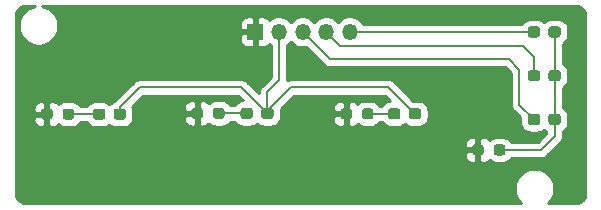
<source format=gbr>
%TF.GenerationSoftware,KiCad,Pcbnew,(5.1.10-1-10_14)*%
%TF.CreationDate,2021-06-08T22:52:33-04:00*%
%TF.ProjectId,TR109-lightboard,54523130-392d-46c6-9967-6874626f6172,rev?*%
%TF.SameCoordinates,Original*%
%TF.FileFunction,Copper,L1,Top*%
%TF.FilePolarity,Positive*%
%FSLAX46Y46*%
G04 Gerber Fmt 4.6, Leading zero omitted, Abs format (unit mm)*
G04 Created by KiCad (PCBNEW (5.1.10-1-10_14)) date 2021-06-08 22:52:33*
%MOMM*%
%LPD*%
G01*
G04 APERTURE LIST*
%TA.AperFunction,ComponentPad*%
%ADD10O,1.350000X1.350000*%
%TD*%
%TA.AperFunction,ComponentPad*%
%ADD11R,1.350000X1.350000*%
%TD*%
%TA.AperFunction,Conductor*%
%ADD12C,0.127000*%
%TD*%
%TA.AperFunction,Conductor*%
%ADD13C,0.254000*%
%TD*%
%TA.AperFunction,Conductor*%
%ADD14C,0.100000*%
%TD*%
G04 APERTURE END LIST*
D10*
%TO.P,J1,5*%
%TO.N,L1*%
X153396704Y-95313500D03*
%TO.P,J1,4*%
%TO.N,L2*%
X151396704Y-95313500D03*
%TO.P,J1,3*%
%TO.N,L3*%
X149396704Y-95313500D03*
%TO.P,J1,2*%
%TO.N,LON*%
X147396704Y-95313500D03*
D11*
%TO.P,J1,1*%
%TO.N,GND*%
X145396704Y-95313500D03*
%TD*%
%TO.P,R4,2*%
%TO.N,GND*%
%TA.AperFunction,SMDPad,CuDef*%
G36*
G01*
X164735000Y-105062500D02*
X164735000Y-105537500D01*
G75*
G02*
X164497500Y-105775000I-237500J0D01*
G01*
X163997500Y-105775000D01*
G75*
G02*
X163760000Y-105537500I0J237500D01*
G01*
X163760000Y-105062500D01*
G75*
G02*
X163997500Y-104825000I237500J0D01*
G01*
X164497500Y-104825000D01*
G75*
G02*
X164735000Y-105062500I0J-237500D01*
G01*
G37*
%TD.AperFunction*%
%TO.P,R4,1*%
%TO.N,Net-(D4-Pad1)*%
%TA.AperFunction,SMDPad,CuDef*%
G36*
G01*
X166560000Y-105062500D02*
X166560000Y-105537500D01*
G75*
G02*
X166322500Y-105775000I-237500J0D01*
G01*
X165822500Y-105775000D01*
G75*
G02*
X165585000Y-105537500I0J237500D01*
G01*
X165585000Y-105062500D01*
G75*
G02*
X165822500Y-104825000I237500J0D01*
G01*
X166322500Y-104825000D01*
G75*
G02*
X166560000Y-105062500I0J-237500D01*
G01*
G37*
%TD.AperFunction*%
%TD*%
%TO.P,R3,2*%
%TO.N,Net-(D3-Pad1)*%
%TA.AperFunction,SMDPad,CuDef*%
G36*
G01*
X154423300Y-102485200D02*
X154423300Y-102010200D01*
G75*
G02*
X154660800Y-101772700I237500J0D01*
G01*
X155160800Y-101772700D01*
G75*
G02*
X155398300Y-102010200I0J-237500D01*
G01*
X155398300Y-102485200D01*
G75*
G02*
X155160800Y-102722700I-237500J0D01*
G01*
X154660800Y-102722700D01*
G75*
G02*
X154423300Y-102485200I0J237500D01*
G01*
G37*
%TD.AperFunction*%
%TO.P,R3,1*%
%TO.N,GND*%
%TA.AperFunction,SMDPad,CuDef*%
G36*
G01*
X152598300Y-102485200D02*
X152598300Y-102010200D01*
G75*
G02*
X152835800Y-101772700I237500J0D01*
G01*
X153335800Y-101772700D01*
G75*
G02*
X153573300Y-102010200I0J-237500D01*
G01*
X153573300Y-102485200D01*
G75*
G02*
X153335800Y-102722700I-237500J0D01*
G01*
X152835800Y-102722700D01*
G75*
G02*
X152598300Y-102485200I0J237500D01*
G01*
G37*
%TD.AperFunction*%
%TD*%
%TO.P,R2,2*%
%TO.N,Net-(D2-Pad1)*%
%TA.AperFunction,SMDPad,CuDef*%
G36*
G01*
X141814100Y-102447100D02*
X141814100Y-101972100D01*
G75*
G02*
X142051600Y-101734600I237500J0D01*
G01*
X142551600Y-101734600D01*
G75*
G02*
X142789100Y-101972100I0J-237500D01*
G01*
X142789100Y-102447100D01*
G75*
G02*
X142551600Y-102684600I-237500J0D01*
G01*
X142051600Y-102684600D01*
G75*
G02*
X141814100Y-102447100I0J237500D01*
G01*
G37*
%TD.AperFunction*%
%TO.P,R2,1*%
%TO.N,GND*%
%TA.AperFunction,SMDPad,CuDef*%
G36*
G01*
X139989100Y-102447100D02*
X139989100Y-101972100D01*
G75*
G02*
X140226600Y-101734600I237500J0D01*
G01*
X140726600Y-101734600D01*
G75*
G02*
X140964100Y-101972100I0J-237500D01*
G01*
X140964100Y-102447100D01*
G75*
G02*
X140726600Y-102684600I-237500J0D01*
G01*
X140226600Y-102684600D01*
G75*
G02*
X139989100Y-102447100I0J237500D01*
G01*
G37*
%TD.AperFunction*%
%TD*%
%TO.P,R1,2*%
%TO.N,Net-(D1-Pad1)*%
%TA.AperFunction,SMDPad,CuDef*%
G36*
G01*
X129077900Y-102510600D02*
X129077900Y-102035600D01*
G75*
G02*
X129315400Y-101798100I237500J0D01*
G01*
X129815400Y-101798100D01*
G75*
G02*
X130052900Y-102035600I0J-237500D01*
G01*
X130052900Y-102510600D01*
G75*
G02*
X129815400Y-102748100I-237500J0D01*
G01*
X129315400Y-102748100D01*
G75*
G02*
X129077900Y-102510600I0J237500D01*
G01*
G37*
%TD.AperFunction*%
%TO.P,R1,1*%
%TO.N,GND*%
%TA.AperFunction,SMDPad,CuDef*%
G36*
G01*
X127252900Y-102510600D02*
X127252900Y-102035600D01*
G75*
G02*
X127490400Y-101798100I237500J0D01*
G01*
X127990400Y-101798100D01*
G75*
G02*
X128227900Y-102035600I0J-237500D01*
G01*
X128227900Y-102510600D01*
G75*
G02*
X127990400Y-102748100I-237500J0D01*
G01*
X127490400Y-102748100D01*
G75*
G02*
X127252900Y-102510600I0J237500D01*
G01*
G37*
%TD.AperFunction*%
%TD*%
%TO.P,D6,2*%
%TO.N,L3*%
%TA.AperFunction,SMDPad,CuDef*%
G36*
G01*
X169512500Y-102480100D02*
X169512500Y-102955100D01*
G75*
G02*
X169275000Y-103192600I-237500J0D01*
G01*
X168700000Y-103192600D01*
G75*
G02*
X168462500Y-102955100I0J237500D01*
G01*
X168462500Y-102480100D01*
G75*
G02*
X168700000Y-102242600I237500J0D01*
G01*
X169275000Y-102242600D01*
G75*
G02*
X169512500Y-102480100I0J-237500D01*
G01*
G37*
%TD.AperFunction*%
%TO.P,D6,1*%
%TO.N,Net-(D4-Pad1)*%
%TA.AperFunction,SMDPad,CuDef*%
G36*
G01*
X171262500Y-102480100D02*
X171262500Y-102955100D01*
G75*
G02*
X171025000Y-103192600I-237500J0D01*
G01*
X170450000Y-103192600D01*
G75*
G02*
X170212500Y-102955100I0J237500D01*
G01*
X170212500Y-102480100D01*
G75*
G02*
X170450000Y-102242600I237500J0D01*
G01*
X171025000Y-102242600D01*
G75*
G02*
X171262500Y-102480100I0J-237500D01*
G01*
G37*
%TD.AperFunction*%
%TD*%
%TO.P,D5,2*%
%TO.N,L2*%
%TA.AperFunction,SMDPad,CuDef*%
G36*
G01*
X169512500Y-98784400D02*
X169512500Y-99259400D01*
G75*
G02*
X169275000Y-99496900I-237500J0D01*
G01*
X168700000Y-99496900D01*
G75*
G02*
X168462500Y-99259400I0J237500D01*
G01*
X168462500Y-98784400D01*
G75*
G02*
X168700000Y-98546900I237500J0D01*
G01*
X169275000Y-98546900D01*
G75*
G02*
X169512500Y-98784400I0J-237500D01*
G01*
G37*
%TD.AperFunction*%
%TO.P,D5,1*%
%TO.N,Net-(D4-Pad1)*%
%TA.AperFunction,SMDPad,CuDef*%
G36*
G01*
X171262500Y-98784400D02*
X171262500Y-99259400D01*
G75*
G02*
X171025000Y-99496900I-237500J0D01*
G01*
X170450000Y-99496900D01*
G75*
G02*
X170212500Y-99259400I0J237500D01*
G01*
X170212500Y-98784400D01*
G75*
G02*
X170450000Y-98546900I237500J0D01*
G01*
X171025000Y-98546900D01*
G75*
G02*
X171262500Y-98784400I0J-237500D01*
G01*
G37*
%TD.AperFunction*%
%TD*%
%TO.P,D4,2*%
%TO.N,L1*%
%TA.AperFunction,SMDPad,CuDef*%
G36*
G01*
X169512500Y-95076000D02*
X169512500Y-95551000D01*
G75*
G02*
X169275000Y-95788500I-237500J0D01*
G01*
X168700000Y-95788500D01*
G75*
G02*
X168462500Y-95551000I0J237500D01*
G01*
X168462500Y-95076000D01*
G75*
G02*
X168700000Y-94838500I237500J0D01*
G01*
X169275000Y-94838500D01*
G75*
G02*
X169512500Y-95076000I0J-237500D01*
G01*
G37*
%TD.AperFunction*%
%TO.P,D4,1*%
%TO.N,Net-(D4-Pad1)*%
%TA.AperFunction,SMDPad,CuDef*%
G36*
G01*
X171262500Y-95076000D02*
X171262500Y-95551000D01*
G75*
G02*
X171025000Y-95788500I-237500J0D01*
G01*
X170450000Y-95788500D01*
G75*
G02*
X170212500Y-95551000I0J237500D01*
G01*
X170212500Y-95076000D01*
G75*
G02*
X170450000Y-94838500I237500J0D01*
G01*
X171025000Y-94838500D01*
G75*
G02*
X171262500Y-95076000I0J-237500D01*
G01*
G37*
%TD.AperFunction*%
%TD*%
%TO.P,D3,2*%
%TO.N,LON*%
%TA.AperFunction,SMDPad,CuDef*%
G36*
G01*
X158388800Y-102485200D02*
X158388800Y-102010200D01*
G75*
G02*
X158626300Y-101772700I237500J0D01*
G01*
X159201300Y-101772700D01*
G75*
G02*
X159438800Y-102010200I0J-237500D01*
G01*
X159438800Y-102485200D01*
G75*
G02*
X159201300Y-102722700I-237500J0D01*
G01*
X158626300Y-102722700D01*
G75*
G02*
X158388800Y-102485200I0J237500D01*
G01*
G37*
%TD.AperFunction*%
%TO.P,D3,1*%
%TO.N,Net-(D3-Pad1)*%
%TA.AperFunction,SMDPad,CuDef*%
G36*
G01*
X156638800Y-102485200D02*
X156638800Y-102010200D01*
G75*
G02*
X156876300Y-101772700I237500J0D01*
G01*
X157451300Y-101772700D01*
G75*
G02*
X157688800Y-102010200I0J-237500D01*
G01*
X157688800Y-102485200D01*
G75*
G02*
X157451300Y-102722700I-237500J0D01*
G01*
X156876300Y-102722700D01*
G75*
G02*
X156638800Y-102485200I0J237500D01*
G01*
G37*
%TD.AperFunction*%
%TD*%
%TO.P,D2,2*%
%TO.N,LON*%
%TA.AperFunction,SMDPad,CuDef*%
G36*
G01*
X145892000Y-102447100D02*
X145892000Y-101972100D01*
G75*
G02*
X146129500Y-101734600I237500J0D01*
G01*
X146704500Y-101734600D01*
G75*
G02*
X146942000Y-101972100I0J-237500D01*
G01*
X146942000Y-102447100D01*
G75*
G02*
X146704500Y-102684600I-237500J0D01*
G01*
X146129500Y-102684600D01*
G75*
G02*
X145892000Y-102447100I0J237500D01*
G01*
G37*
%TD.AperFunction*%
%TO.P,D2,1*%
%TO.N,Net-(D2-Pad1)*%
%TA.AperFunction,SMDPad,CuDef*%
G36*
G01*
X144142000Y-102447100D02*
X144142000Y-101972100D01*
G75*
G02*
X144379500Y-101734600I237500J0D01*
G01*
X144954500Y-101734600D01*
G75*
G02*
X145192000Y-101972100I0J-237500D01*
G01*
X145192000Y-102447100D01*
G75*
G02*
X144954500Y-102684600I-237500J0D01*
G01*
X144379500Y-102684600D01*
G75*
G02*
X144142000Y-102447100I0J237500D01*
G01*
G37*
%TD.AperFunction*%
%TD*%
%TO.P,D1,2*%
%TO.N,LON*%
%TA.AperFunction,SMDPad,CuDef*%
G36*
G01*
X133395200Y-102510600D02*
X133395200Y-102035600D01*
G75*
G02*
X133632700Y-101798100I237500J0D01*
G01*
X134207700Y-101798100D01*
G75*
G02*
X134445200Y-102035600I0J-237500D01*
G01*
X134445200Y-102510600D01*
G75*
G02*
X134207700Y-102748100I-237500J0D01*
G01*
X133632700Y-102748100D01*
G75*
G02*
X133395200Y-102510600I0J237500D01*
G01*
G37*
%TD.AperFunction*%
%TO.P,D1,1*%
%TO.N,Net-(D1-Pad1)*%
%TA.AperFunction,SMDPad,CuDef*%
G36*
G01*
X131645200Y-102510600D02*
X131645200Y-102035600D01*
G75*
G02*
X131882700Y-101798100I237500J0D01*
G01*
X132457700Y-101798100D01*
G75*
G02*
X132695200Y-102035600I0J-237500D01*
G01*
X132695200Y-102510600D01*
G75*
G02*
X132457700Y-102748100I-237500J0D01*
G01*
X131882700Y-102748100D01*
G75*
G02*
X131645200Y-102510600I0J237500D01*
G01*
G37*
%TD.AperFunction*%
%TD*%
D12*
%TO.N,LON*%
X148412000Y-100000000D02*
X156666100Y-100000000D01*
X156666100Y-100000000D02*
X158913800Y-102247700D01*
X146417000Y-101995000D02*
X148412000Y-100000000D01*
X146417000Y-102209600D02*
X146417000Y-101995000D01*
X144207400Y-100000000D02*
X146417000Y-102209600D01*
X135623100Y-100000000D02*
X144207400Y-100000000D01*
X133920200Y-101702900D02*
X135623100Y-100000000D01*
X133920200Y-102273100D02*
X133920200Y-101702900D01*
X147396704Y-95313500D02*
X147396704Y-99396704D01*
X146417000Y-100376408D02*
X146417000Y-102209600D01*
X147396704Y-99396704D02*
X146417000Y-100376408D01*
%TO.N,Net-(D1-Pad1)*%
X132170200Y-102273100D02*
X129565400Y-102273100D01*
%TO.N,Net-(D2-Pad1)*%
X144667000Y-102209600D02*
X142301600Y-102209600D01*
%TO.N,Net-(D3-Pad1)*%
X157163800Y-102247700D02*
X154910800Y-102247700D01*
%TO.N,L1*%
X153396704Y-95313500D02*
X169051000Y-95313500D01*
%TO.N,Net-(D4-Pad1)*%
X170737500Y-95313500D02*
X170737500Y-99021900D01*
X170737500Y-99021900D02*
X170737500Y-102717600D01*
X166072500Y-105300000D02*
X169600000Y-105300000D01*
X170737500Y-104162500D02*
X170737500Y-102717600D01*
X169600000Y-105300000D02*
X170737500Y-104162500D01*
%TO.N,L2*%
X151396704Y-95313500D02*
X152603204Y-96520000D01*
X152603204Y-96520000D02*
X168046400Y-96520000D01*
X168987500Y-97461100D02*
X168987500Y-99021900D01*
X168046400Y-96520000D02*
X168987500Y-97461100D01*
%TO.N,L3*%
X167741600Y-98501200D02*
X167741600Y-101471700D01*
X166865300Y-97624900D02*
X167741600Y-98501200D01*
X151708104Y-97624900D02*
X166865300Y-97624900D01*
X167741600Y-101471700D02*
X168987500Y-102717600D01*
X149396704Y-95313500D02*
X151708104Y-97624900D01*
%TD*%
D13*
%TO.N,GND*%
X126548504Y-93159754D02*
X126241853Y-93286772D01*
X125965875Y-93471175D01*
X125731175Y-93705875D01*
X125546772Y-93981853D01*
X125419754Y-94288504D01*
X125355000Y-94614042D01*
X125355000Y-94945958D01*
X125419754Y-95271496D01*
X125546772Y-95578147D01*
X125731175Y-95854125D01*
X125965875Y-96088825D01*
X126241853Y-96273228D01*
X126548504Y-96400246D01*
X126874042Y-96465000D01*
X127205958Y-96465000D01*
X127531496Y-96400246D01*
X127838147Y-96273228D01*
X128114125Y-96088825D01*
X128214450Y-95988500D01*
X144083632Y-95988500D01*
X144095892Y-96112982D01*
X144132202Y-96232680D01*
X144191167Y-96342994D01*
X144270519Y-96439685D01*
X144367210Y-96519037D01*
X144477524Y-96578002D01*
X144597222Y-96614312D01*
X144721704Y-96626572D01*
X145110954Y-96623500D01*
X145269704Y-96464750D01*
X145269704Y-95440500D01*
X144245454Y-95440500D01*
X144086704Y-95599250D01*
X144083632Y-95988500D01*
X128214450Y-95988500D01*
X128348825Y-95854125D01*
X128533228Y-95578147D01*
X128660246Y-95271496D01*
X128725000Y-94945958D01*
X128725000Y-94638500D01*
X144083632Y-94638500D01*
X144086704Y-95027750D01*
X144245454Y-95186500D01*
X145269704Y-95186500D01*
X145269704Y-94162250D01*
X145110954Y-94003500D01*
X144721704Y-94000428D01*
X144597222Y-94012688D01*
X144477524Y-94048998D01*
X144367210Y-94107963D01*
X144270519Y-94187315D01*
X144191167Y-94284006D01*
X144132202Y-94394320D01*
X144095892Y-94514018D01*
X144083632Y-94638500D01*
X128725000Y-94638500D01*
X128725000Y-94614042D01*
X128660246Y-94288504D01*
X128533228Y-93981853D01*
X128348825Y-93705875D01*
X128114125Y-93471175D01*
X127838147Y-93286772D01*
X127531496Y-93159754D01*
X127310712Y-93115837D01*
X172523981Y-93115837D01*
X172703687Y-93144060D01*
X172860682Y-93201591D01*
X173003506Y-93288515D01*
X173126725Y-93401526D01*
X173225653Y-93536325D01*
X173296511Y-93687765D01*
X173341447Y-93869689D01*
X173346363Y-93918089D01*
X173346362Y-108897771D01*
X173335795Y-109116005D01*
X173296149Y-109275345D01*
X173226306Y-109423958D01*
X173128930Y-109556170D01*
X173007726Y-109666952D01*
X172867314Y-109752082D01*
X172713039Y-109808319D01*
X172531880Y-109836454D01*
X170146496Y-109836454D01*
X170338825Y-109644125D01*
X170523228Y-109368147D01*
X170650246Y-109061496D01*
X170715000Y-108735958D01*
X170715000Y-108404042D01*
X170650246Y-108078504D01*
X170523228Y-107771853D01*
X170338825Y-107495875D01*
X170104125Y-107261175D01*
X169828147Y-107076772D01*
X169521496Y-106949754D01*
X169195958Y-106885000D01*
X168864042Y-106885000D01*
X168538504Y-106949754D01*
X168231853Y-107076772D01*
X167955875Y-107261175D01*
X167721175Y-107495875D01*
X167536772Y-107771853D01*
X167409754Y-108078504D01*
X167345000Y-108404042D01*
X167345000Y-108735958D01*
X167409754Y-109061496D01*
X167536772Y-109368147D01*
X167721175Y-109644125D01*
X167913504Y-109836454D01*
X125947350Y-109836454D01*
X125768206Y-109805893D01*
X125607590Y-109744620D01*
X125461931Y-109653315D01*
X125336783Y-109535459D01*
X125236905Y-109395534D01*
X125166111Y-109238881D01*
X125121406Y-109047054D01*
X125120101Y-109034209D01*
X125120101Y-105775000D01*
X163121928Y-105775000D01*
X163134188Y-105899482D01*
X163170498Y-106019180D01*
X163229463Y-106129494D01*
X163308815Y-106226185D01*
X163405506Y-106305537D01*
X163515820Y-106364502D01*
X163635518Y-106400812D01*
X163760000Y-106413072D01*
X163961750Y-106410000D01*
X164120500Y-106251250D01*
X164120500Y-105427000D01*
X163283750Y-105427000D01*
X163125000Y-105585750D01*
X163121928Y-105775000D01*
X125120101Y-105775000D01*
X125120101Y-104825000D01*
X163121928Y-104825000D01*
X163125000Y-105014250D01*
X163283750Y-105173000D01*
X164120500Y-105173000D01*
X164120500Y-104348750D01*
X163961750Y-104190000D01*
X163760000Y-104186928D01*
X163635518Y-104199188D01*
X163515820Y-104235498D01*
X163405506Y-104294463D01*
X163308815Y-104373815D01*
X163229463Y-104470506D01*
X163170498Y-104580820D01*
X163134188Y-104700518D01*
X163121928Y-104825000D01*
X125120101Y-104825000D01*
X125120101Y-102748100D01*
X126614828Y-102748100D01*
X126627088Y-102872582D01*
X126663398Y-102992280D01*
X126722363Y-103102594D01*
X126801715Y-103199285D01*
X126898406Y-103278637D01*
X127008720Y-103337602D01*
X127128418Y-103373912D01*
X127252900Y-103386172D01*
X127454650Y-103383100D01*
X127613400Y-103224350D01*
X127613400Y-102400100D01*
X126776650Y-102400100D01*
X126617900Y-102558850D01*
X126614828Y-102748100D01*
X125120101Y-102748100D01*
X125120101Y-101798100D01*
X126614828Y-101798100D01*
X126617900Y-101987350D01*
X126776650Y-102146100D01*
X127613400Y-102146100D01*
X127613400Y-101321850D01*
X127867400Y-101321850D01*
X127867400Y-102146100D01*
X127887400Y-102146100D01*
X127887400Y-102400100D01*
X127867400Y-102400100D01*
X127867400Y-103224350D01*
X128026150Y-103383100D01*
X128227900Y-103386172D01*
X128352382Y-103373912D01*
X128472080Y-103337602D01*
X128582394Y-103278637D01*
X128679085Y-103199285D01*
X128720117Y-103149288D01*
X128828958Y-103238612D01*
X128980333Y-103319523D01*
X129144584Y-103369348D01*
X129315400Y-103386172D01*
X129815400Y-103386172D01*
X129986216Y-103369348D01*
X130150467Y-103319523D01*
X130301842Y-103238612D01*
X130434523Y-103129723D01*
X130543412Y-102997042D01*
X130557011Y-102971600D01*
X131141089Y-102971600D01*
X131154688Y-102997042D01*
X131263577Y-103129723D01*
X131396258Y-103238612D01*
X131547633Y-103319523D01*
X131711884Y-103369348D01*
X131882700Y-103386172D01*
X132457700Y-103386172D01*
X132628516Y-103369348D01*
X132792767Y-103319523D01*
X132944142Y-103238612D01*
X133045200Y-103155675D01*
X133146258Y-103238612D01*
X133297633Y-103319523D01*
X133461884Y-103369348D01*
X133632700Y-103386172D01*
X134207700Y-103386172D01*
X134378516Y-103369348D01*
X134542767Y-103319523D01*
X134694142Y-103238612D01*
X134826823Y-103129723D01*
X134935712Y-102997042D01*
X135016623Y-102845667D01*
X135065482Y-102684600D01*
X139351028Y-102684600D01*
X139363288Y-102809082D01*
X139399598Y-102928780D01*
X139458563Y-103039094D01*
X139537915Y-103135785D01*
X139634606Y-103215137D01*
X139744920Y-103274102D01*
X139864618Y-103310412D01*
X139989100Y-103322672D01*
X140190850Y-103319600D01*
X140349600Y-103160850D01*
X140349600Y-102336600D01*
X139512850Y-102336600D01*
X139354100Y-102495350D01*
X139351028Y-102684600D01*
X135065482Y-102684600D01*
X135066448Y-102681416D01*
X135083272Y-102510600D01*
X135083272Y-102035600D01*
X135066448Y-101864784D01*
X135026958Y-101734600D01*
X139351028Y-101734600D01*
X139354100Y-101923850D01*
X139512850Y-102082600D01*
X140349600Y-102082600D01*
X140349600Y-101258350D01*
X140190850Y-101099600D01*
X139989100Y-101096528D01*
X139864618Y-101108788D01*
X139744920Y-101145098D01*
X139634606Y-101204063D01*
X139537915Y-101283415D01*
X139458563Y-101380106D01*
X139399598Y-101490420D01*
X139363288Y-101610118D01*
X139351028Y-101734600D01*
X135026958Y-101734600D01*
X135016623Y-101700533D01*
X134979621Y-101631307D01*
X135912429Y-100698500D01*
X143918073Y-100698500D01*
X144321785Y-101102212D01*
X144208684Y-101113352D01*
X144044433Y-101163177D01*
X143893058Y-101244088D01*
X143760377Y-101352977D01*
X143651488Y-101485658D01*
X143637889Y-101511100D01*
X143293211Y-101511100D01*
X143279612Y-101485658D01*
X143170723Y-101352977D01*
X143038042Y-101244088D01*
X142886667Y-101163177D01*
X142722416Y-101113352D01*
X142551600Y-101096528D01*
X142051600Y-101096528D01*
X141880784Y-101113352D01*
X141716533Y-101163177D01*
X141565158Y-101244088D01*
X141456317Y-101333412D01*
X141415285Y-101283415D01*
X141318594Y-101204063D01*
X141208280Y-101145098D01*
X141088582Y-101108788D01*
X140964100Y-101096528D01*
X140762350Y-101099600D01*
X140603600Y-101258350D01*
X140603600Y-102082600D01*
X140623600Y-102082600D01*
X140623600Y-102336600D01*
X140603600Y-102336600D01*
X140603600Y-103160850D01*
X140762350Y-103319600D01*
X140964100Y-103322672D01*
X141088582Y-103310412D01*
X141208280Y-103274102D01*
X141318594Y-103215137D01*
X141415285Y-103135785D01*
X141456317Y-103085788D01*
X141565158Y-103175112D01*
X141716533Y-103256023D01*
X141880784Y-103305848D01*
X142051600Y-103322672D01*
X142551600Y-103322672D01*
X142722416Y-103305848D01*
X142886667Y-103256023D01*
X143038042Y-103175112D01*
X143170723Y-103066223D01*
X143279612Y-102933542D01*
X143293211Y-102908100D01*
X143637889Y-102908100D01*
X143651488Y-102933542D01*
X143760377Y-103066223D01*
X143893058Y-103175112D01*
X144044433Y-103256023D01*
X144208684Y-103305848D01*
X144379500Y-103322672D01*
X144954500Y-103322672D01*
X145125316Y-103305848D01*
X145289567Y-103256023D01*
X145440942Y-103175112D01*
X145542000Y-103092175D01*
X145643058Y-103175112D01*
X145794433Y-103256023D01*
X145958684Y-103305848D01*
X146129500Y-103322672D01*
X146704500Y-103322672D01*
X146875316Y-103305848D01*
X147039567Y-103256023D01*
X147190942Y-103175112D01*
X147323623Y-103066223D01*
X147432512Y-102933542D01*
X147513423Y-102782167D01*
X147531462Y-102722700D01*
X151960228Y-102722700D01*
X151972488Y-102847182D01*
X152008798Y-102966880D01*
X152067763Y-103077194D01*
X152147115Y-103173885D01*
X152243806Y-103253237D01*
X152354120Y-103312202D01*
X152473818Y-103348512D01*
X152598300Y-103360772D01*
X152800050Y-103357700D01*
X152958800Y-103198950D01*
X152958800Y-102374700D01*
X152122050Y-102374700D01*
X151963300Y-102533450D01*
X151960228Y-102722700D01*
X147531462Y-102722700D01*
X147563248Y-102617916D01*
X147580072Y-102447100D01*
X147580072Y-101972100D01*
X147566413Y-101833415D01*
X147627128Y-101772700D01*
X151960228Y-101772700D01*
X151963300Y-101961950D01*
X152122050Y-102120700D01*
X152958800Y-102120700D01*
X152958800Y-101296450D01*
X152800050Y-101137700D01*
X152598300Y-101134628D01*
X152473818Y-101146888D01*
X152354120Y-101183198D01*
X152243806Y-101242163D01*
X152147115Y-101321515D01*
X152067763Y-101418206D01*
X152008798Y-101528520D01*
X151972488Y-101648218D01*
X151960228Y-101772700D01*
X147627128Y-101772700D01*
X148701329Y-100698500D01*
X156376773Y-100698500D01*
X156818585Y-101140312D01*
X156705484Y-101151452D01*
X156541233Y-101201277D01*
X156389858Y-101282188D01*
X156257177Y-101391077D01*
X156148288Y-101523758D01*
X156134689Y-101549200D01*
X155902411Y-101549200D01*
X155888812Y-101523758D01*
X155779923Y-101391077D01*
X155647242Y-101282188D01*
X155495867Y-101201277D01*
X155331616Y-101151452D01*
X155160800Y-101134628D01*
X154660800Y-101134628D01*
X154489984Y-101151452D01*
X154325733Y-101201277D01*
X154174358Y-101282188D01*
X154065517Y-101371512D01*
X154024485Y-101321515D01*
X153927794Y-101242163D01*
X153817480Y-101183198D01*
X153697782Y-101146888D01*
X153573300Y-101134628D01*
X153371550Y-101137700D01*
X153212800Y-101296450D01*
X153212800Y-102120700D01*
X153232800Y-102120700D01*
X153232800Y-102374700D01*
X153212800Y-102374700D01*
X153212800Y-103198950D01*
X153371550Y-103357700D01*
X153573300Y-103360772D01*
X153697782Y-103348512D01*
X153817480Y-103312202D01*
X153927794Y-103253237D01*
X154024485Y-103173885D01*
X154065517Y-103123888D01*
X154174358Y-103213212D01*
X154325733Y-103294123D01*
X154489984Y-103343948D01*
X154660800Y-103360772D01*
X155160800Y-103360772D01*
X155331616Y-103343948D01*
X155495867Y-103294123D01*
X155647242Y-103213212D01*
X155779923Y-103104323D01*
X155888812Y-102971642D01*
X155902411Y-102946200D01*
X156134689Y-102946200D01*
X156148288Y-102971642D01*
X156257177Y-103104323D01*
X156389858Y-103213212D01*
X156541233Y-103294123D01*
X156705484Y-103343948D01*
X156876300Y-103360772D01*
X157451300Y-103360772D01*
X157622116Y-103343948D01*
X157786367Y-103294123D01*
X157937742Y-103213212D01*
X158038800Y-103130275D01*
X158139858Y-103213212D01*
X158291233Y-103294123D01*
X158455484Y-103343948D01*
X158626300Y-103360772D01*
X159201300Y-103360772D01*
X159372116Y-103343948D01*
X159536367Y-103294123D01*
X159687742Y-103213212D01*
X159820423Y-103104323D01*
X159929312Y-102971642D01*
X160010223Y-102820267D01*
X160060048Y-102656016D01*
X160076872Y-102485200D01*
X160076872Y-102010200D01*
X160060048Y-101839384D01*
X160010223Y-101675133D01*
X159929312Y-101523758D01*
X159820423Y-101391077D01*
X159687742Y-101282188D01*
X159536367Y-101201277D01*
X159372116Y-101151452D01*
X159201300Y-101134628D01*
X158788556Y-101134628D01*
X157184275Y-99530348D01*
X157162403Y-99503697D01*
X157056043Y-99416409D01*
X156934697Y-99351548D01*
X156803030Y-99311607D01*
X156700409Y-99301500D01*
X156700398Y-99301500D01*
X156666100Y-99298122D01*
X156631802Y-99301500D01*
X148446297Y-99301500D01*
X148411999Y-99298122D01*
X148377701Y-99301500D01*
X148377691Y-99301500D01*
X148275070Y-99311607D01*
X148143403Y-99351548D01*
X148143401Y-99351549D01*
X148096599Y-99376565D01*
X148095204Y-99362406D01*
X148095204Y-96422301D01*
X148231781Y-96331044D01*
X148396704Y-96166121D01*
X148561627Y-96331044D01*
X148776186Y-96474407D01*
X149014591Y-96573158D01*
X149267680Y-96623500D01*
X149525728Y-96623500D01*
X149686831Y-96591455D01*
X151189938Y-98094563D01*
X151211801Y-98121203D01*
X151238441Y-98143066D01*
X151238449Y-98143074D01*
X151318160Y-98208491D01*
X151439505Y-98273351D01*
X151439507Y-98273352D01*
X151571174Y-98313293D01*
X151673795Y-98323400D01*
X151673805Y-98323400D01*
X151708103Y-98326778D01*
X151742401Y-98323400D01*
X166575973Y-98323400D01*
X167043100Y-98790528D01*
X167043101Y-101437392D01*
X167039722Y-101471700D01*
X167043101Y-101506008D01*
X167043101Y-101506009D01*
X167053208Y-101608630D01*
X167071397Y-101668591D01*
X167093149Y-101740298D01*
X167158009Y-101861643D01*
X167223426Y-101941353D01*
X167223430Y-101941357D01*
X167245298Y-101968003D01*
X167271944Y-101989871D01*
X167824428Y-102542355D01*
X167824428Y-102955100D01*
X167841252Y-103125916D01*
X167891077Y-103290167D01*
X167971988Y-103441542D01*
X168080877Y-103574223D01*
X168213558Y-103683112D01*
X168364933Y-103764023D01*
X168529184Y-103813848D01*
X168700000Y-103830672D01*
X169275000Y-103830672D01*
X169445816Y-103813848D01*
X169610067Y-103764023D01*
X169761442Y-103683112D01*
X169862500Y-103600175D01*
X169963558Y-103683112D01*
X170039000Y-103723436D01*
X170039000Y-103873172D01*
X169310673Y-104601500D01*
X167064111Y-104601500D01*
X167050512Y-104576058D01*
X166941623Y-104443377D01*
X166808942Y-104334488D01*
X166657567Y-104253577D01*
X166493316Y-104203752D01*
X166322500Y-104186928D01*
X165822500Y-104186928D01*
X165651684Y-104203752D01*
X165487433Y-104253577D01*
X165336058Y-104334488D01*
X165227217Y-104423812D01*
X165186185Y-104373815D01*
X165089494Y-104294463D01*
X164979180Y-104235498D01*
X164859482Y-104199188D01*
X164735000Y-104186928D01*
X164533250Y-104190000D01*
X164374500Y-104348750D01*
X164374500Y-105173000D01*
X164394500Y-105173000D01*
X164394500Y-105427000D01*
X164374500Y-105427000D01*
X164374500Y-106251250D01*
X164533250Y-106410000D01*
X164735000Y-106413072D01*
X164859482Y-106400812D01*
X164979180Y-106364502D01*
X165089494Y-106305537D01*
X165186185Y-106226185D01*
X165227217Y-106176188D01*
X165336058Y-106265512D01*
X165487433Y-106346423D01*
X165651684Y-106396248D01*
X165822500Y-106413072D01*
X166322500Y-106413072D01*
X166493316Y-106396248D01*
X166657567Y-106346423D01*
X166808942Y-106265512D01*
X166941623Y-106156623D01*
X167050512Y-106023942D01*
X167064111Y-105998500D01*
X169565702Y-105998500D01*
X169600000Y-106001878D01*
X169634298Y-105998500D01*
X169634309Y-105998500D01*
X169736930Y-105988393D01*
X169868597Y-105948452D01*
X169989943Y-105883591D01*
X170096303Y-105796303D01*
X170118175Y-105769652D01*
X171207162Y-104680666D01*
X171233802Y-104658803D01*
X171255667Y-104632161D01*
X171255674Y-104632154D01*
X171321091Y-104552444D01*
X171385951Y-104431098D01*
X171385952Y-104431097D01*
X171425893Y-104299430D01*
X171436000Y-104196809D01*
X171436000Y-104196798D01*
X171439378Y-104162500D01*
X171436000Y-104128202D01*
X171436000Y-103723436D01*
X171511442Y-103683112D01*
X171644123Y-103574223D01*
X171753012Y-103441542D01*
X171833923Y-103290167D01*
X171883748Y-103125916D01*
X171900572Y-102955100D01*
X171900572Y-102480100D01*
X171883748Y-102309284D01*
X171833923Y-102145033D01*
X171753012Y-101993658D01*
X171644123Y-101860977D01*
X171511442Y-101752088D01*
X171436000Y-101711764D01*
X171436000Y-100027736D01*
X171511442Y-99987412D01*
X171644123Y-99878523D01*
X171753012Y-99745842D01*
X171833923Y-99594467D01*
X171883748Y-99430216D01*
X171900572Y-99259400D01*
X171900572Y-98784400D01*
X171883748Y-98613584D01*
X171833923Y-98449333D01*
X171753012Y-98297958D01*
X171644123Y-98165277D01*
X171511442Y-98056388D01*
X171436000Y-98016064D01*
X171436000Y-96319336D01*
X171511442Y-96279012D01*
X171644123Y-96170123D01*
X171753012Y-96037442D01*
X171833923Y-95886067D01*
X171883748Y-95721816D01*
X171900572Y-95551000D01*
X171900572Y-95076000D01*
X171883748Y-94905184D01*
X171833923Y-94740933D01*
X171753012Y-94589558D01*
X171644123Y-94456877D01*
X171511442Y-94347988D01*
X171360067Y-94267077D01*
X171195816Y-94217252D01*
X171025000Y-94200428D01*
X170450000Y-94200428D01*
X170279184Y-94217252D01*
X170114933Y-94267077D01*
X169963558Y-94347988D01*
X169862500Y-94430925D01*
X169761442Y-94347988D01*
X169610067Y-94267077D01*
X169445816Y-94217252D01*
X169275000Y-94200428D01*
X168700000Y-94200428D01*
X168529184Y-94217252D01*
X168364933Y-94267077D01*
X168213558Y-94347988D01*
X168080877Y-94456877D01*
X167971988Y-94589558D01*
X167958389Y-94615000D01*
X154505505Y-94615000D01*
X154414248Y-94478423D01*
X154231781Y-94295956D01*
X154017222Y-94152593D01*
X153778817Y-94053842D01*
X153525728Y-94003500D01*
X153267680Y-94003500D01*
X153014591Y-94053842D01*
X152776186Y-94152593D01*
X152561627Y-94295956D01*
X152396704Y-94460879D01*
X152231781Y-94295956D01*
X152017222Y-94152593D01*
X151778817Y-94053842D01*
X151525728Y-94003500D01*
X151267680Y-94003500D01*
X151014591Y-94053842D01*
X150776186Y-94152593D01*
X150561627Y-94295956D01*
X150396704Y-94460879D01*
X150231781Y-94295956D01*
X150017222Y-94152593D01*
X149778817Y-94053842D01*
X149525728Y-94003500D01*
X149267680Y-94003500D01*
X149014591Y-94053842D01*
X148776186Y-94152593D01*
X148561627Y-94295956D01*
X148396704Y-94460879D01*
X148231781Y-94295956D01*
X148017222Y-94152593D01*
X147778817Y-94053842D01*
X147525728Y-94003500D01*
X147267680Y-94003500D01*
X147014591Y-94053842D01*
X146776186Y-94152593D01*
X146594191Y-94274197D01*
X146522889Y-94187315D01*
X146426198Y-94107963D01*
X146315884Y-94048998D01*
X146196186Y-94012688D01*
X146071704Y-94000428D01*
X145682454Y-94003500D01*
X145523704Y-94162250D01*
X145523704Y-95186500D01*
X145543704Y-95186500D01*
X145543704Y-95440500D01*
X145523704Y-95440500D01*
X145523704Y-96464750D01*
X145682454Y-96623500D01*
X146071704Y-96626572D01*
X146196186Y-96614312D01*
X146315884Y-96578002D01*
X146426198Y-96519037D01*
X146522889Y-96439685D01*
X146594191Y-96352803D01*
X146698204Y-96422302D01*
X146698205Y-99107375D01*
X145947344Y-99858237D01*
X145920697Y-99880106D01*
X145898829Y-99906752D01*
X145898826Y-99906755D01*
X145833409Y-99986465D01*
X145826174Y-100000001D01*
X145768548Y-100107812D01*
X145728607Y-100239479D01*
X145718500Y-100342100D01*
X145718500Y-100342110D01*
X145715122Y-100376408D01*
X145718500Y-100410707D01*
X145718500Y-100523272D01*
X144725575Y-99530348D01*
X144703703Y-99503697D01*
X144597343Y-99416409D01*
X144475997Y-99351548D01*
X144344330Y-99311607D01*
X144241709Y-99301500D01*
X144241698Y-99301500D01*
X144207400Y-99298122D01*
X144173102Y-99301500D01*
X135657397Y-99301500D01*
X135623099Y-99298122D01*
X135588801Y-99301500D01*
X135588791Y-99301500D01*
X135486170Y-99311607D01*
X135354503Y-99351548D01*
X135354501Y-99351549D01*
X135233156Y-99416409D01*
X135153445Y-99481826D01*
X135153437Y-99481834D01*
X135126797Y-99503697D01*
X135104934Y-99530337D01*
X133456913Y-101178360D01*
X133297633Y-101226677D01*
X133146258Y-101307588D01*
X133045200Y-101390525D01*
X132944142Y-101307588D01*
X132792767Y-101226677D01*
X132628516Y-101176852D01*
X132457700Y-101160028D01*
X131882700Y-101160028D01*
X131711884Y-101176852D01*
X131547633Y-101226677D01*
X131396258Y-101307588D01*
X131263577Y-101416477D01*
X131154688Y-101549158D01*
X131141089Y-101574600D01*
X130557011Y-101574600D01*
X130543412Y-101549158D01*
X130434523Y-101416477D01*
X130301842Y-101307588D01*
X130150467Y-101226677D01*
X129986216Y-101176852D01*
X129815400Y-101160028D01*
X129315400Y-101160028D01*
X129144584Y-101176852D01*
X128980333Y-101226677D01*
X128828958Y-101307588D01*
X128720117Y-101396912D01*
X128679085Y-101346915D01*
X128582394Y-101267563D01*
X128472080Y-101208598D01*
X128352382Y-101172288D01*
X128227900Y-101160028D01*
X128026150Y-101163100D01*
X127867400Y-101321850D01*
X127613400Y-101321850D01*
X127454650Y-101163100D01*
X127252900Y-101160028D01*
X127128418Y-101172288D01*
X127008720Y-101208598D01*
X126898406Y-101267563D01*
X126801715Y-101346915D01*
X126722363Y-101443606D01*
X126663398Y-101553920D01*
X126627088Y-101673618D01*
X126614828Y-101798100D01*
X125120101Y-101798100D01*
X125120101Y-94019368D01*
X125132785Y-93809729D01*
X125173330Y-93654769D01*
X125243204Y-93510630D01*
X125339739Y-93382814D01*
X125459263Y-93276182D01*
X125597228Y-93194793D01*
X125748369Y-93141754D01*
X125929619Y-93115837D01*
X126769288Y-93115837D01*
X126548504Y-93159754D01*
%TA.AperFunction,Conductor*%
D14*
G36*
X126548504Y-93159754D02*
G01*
X126241853Y-93286772D01*
X125965875Y-93471175D01*
X125731175Y-93705875D01*
X125546772Y-93981853D01*
X125419754Y-94288504D01*
X125355000Y-94614042D01*
X125355000Y-94945958D01*
X125419754Y-95271496D01*
X125546772Y-95578147D01*
X125731175Y-95854125D01*
X125965875Y-96088825D01*
X126241853Y-96273228D01*
X126548504Y-96400246D01*
X126874042Y-96465000D01*
X127205958Y-96465000D01*
X127531496Y-96400246D01*
X127838147Y-96273228D01*
X128114125Y-96088825D01*
X128214450Y-95988500D01*
X144083632Y-95988500D01*
X144095892Y-96112982D01*
X144132202Y-96232680D01*
X144191167Y-96342994D01*
X144270519Y-96439685D01*
X144367210Y-96519037D01*
X144477524Y-96578002D01*
X144597222Y-96614312D01*
X144721704Y-96626572D01*
X145110954Y-96623500D01*
X145269704Y-96464750D01*
X145269704Y-95440500D01*
X144245454Y-95440500D01*
X144086704Y-95599250D01*
X144083632Y-95988500D01*
X128214450Y-95988500D01*
X128348825Y-95854125D01*
X128533228Y-95578147D01*
X128660246Y-95271496D01*
X128725000Y-94945958D01*
X128725000Y-94638500D01*
X144083632Y-94638500D01*
X144086704Y-95027750D01*
X144245454Y-95186500D01*
X145269704Y-95186500D01*
X145269704Y-94162250D01*
X145110954Y-94003500D01*
X144721704Y-94000428D01*
X144597222Y-94012688D01*
X144477524Y-94048998D01*
X144367210Y-94107963D01*
X144270519Y-94187315D01*
X144191167Y-94284006D01*
X144132202Y-94394320D01*
X144095892Y-94514018D01*
X144083632Y-94638500D01*
X128725000Y-94638500D01*
X128725000Y-94614042D01*
X128660246Y-94288504D01*
X128533228Y-93981853D01*
X128348825Y-93705875D01*
X128114125Y-93471175D01*
X127838147Y-93286772D01*
X127531496Y-93159754D01*
X127310712Y-93115837D01*
X172523981Y-93115837D01*
X172703687Y-93144060D01*
X172860682Y-93201591D01*
X173003506Y-93288515D01*
X173126725Y-93401526D01*
X173225653Y-93536325D01*
X173296511Y-93687765D01*
X173341447Y-93869689D01*
X173346363Y-93918089D01*
X173346362Y-108897771D01*
X173335795Y-109116005D01*
X173296149Y-109275345D01*
X173226306Y-109423958D01*
X173128930Y-109556170D01*
X173007726Y-109666952D01*
X172867314Y-109752082D01*
X172713039Y-109808319D01*
X172531880Y-109836454D01*
X170146496Y-109836454D01*
X170338825Y-109644125D01*
X170523228Y-109368147D01*
X170650246Y-109061496D01*
X170715000Y-108735958D01*
X170715000Y-108404042D01*
X170650246Y-108078504D01*
X170523228Y-107771853D01*
X170338825Y-107495875D01*
X170104125Y-107261175D01*
X169828147Y-107076772D01*
X169521496Y-106949754D01*
X169195958Y-106885000D01*
X168864042Y-106885000D01*
X168538504Y-106949754D01*
X168231853Y-107076772D01*
X167955875Y-107261175D01*
X167721175Y-107495875D01*
X167536772Y-107771853D01*
X167409754Y-108078504D01*
X167345000Y-108404042D01*
X167345000Y-108735958D01*
X167409754Y-109061496D01*
X167536772Y-109368147D01*
X167721175Y-109644125D01*
X167913504Y-109836454D01*
X125947350Y-109836454D01*
X125768206Y-109805893D01*
X125607590Y-109744620D01*
X125461931Y-109653315D01*
X125336783Y-109535459D01*
X125236905Y-109395534D01*
X125166111Y-109238881D01*
X125121406Y-109047054D01*
X125120101Y-109034209D01*
X125120101Y-105775000D01*
X163121928Y-105775000D01*
X163134188Y-105899482D01*
X163170498Y-106019180D01*
X163229463Y-106129494D01*
X163308815Y-106226185D01*
X163405506Y-106305537D01*
X163515820Y-106364502D01*
X163635518Y-106400812D01*
X163760000Y-106413072D01*
X163961750Y-106410000D01*
X164120500Y-106251250D01*
X164120500Y-105427000D01*
X163283750Y-105427000D01*
X163125000Y-105585750D01*
X163121928Y-105775000D01*
X125120101Y-105775000D01*
X125120101Y-104825000D01*
X163121928Y-104825000D01*
X163125000Y-105014250D01*
X163283750Y-105173000D01*
X164120500Y-105173000D01*
X164120500Y-104348750D01*
X163961750Y-104190000D01*
X163760000Y-104186928D01*
X163635518Y-104199188D01*
X163515820Y-104235498D01*
X163405506Y-104294463D01*
X163308815Y-104373815D01*
X163229463Y-104470506D01*
X163170498Y-104580820D01*
X163134188Y-104700518D01*
X163121928Y-104825000D01*
X125120101Y-104825000D01*
X125120101Y-102748100D01*
X126614828Y-102748100D01*
X126627088Y-102872582D01*
X126663398Y-102992280D01*
X126722363Y-103102594D01*
X126801715Y-103199285D01*
X126898406Y-103278637D01*
X127008720Y-103337602D01*
X127128418Y-103373912D01*
X127252900Y-103386172D01*
X127454650Y-103383100D01*
X127613400Y-103224350D01*
X127613400Y-102400100D01*
X126776650Y-102400100D01*
X126617900Y-102558850D01*
X126614828Y-102748100D01*
X125120101Y-102748100D01*
X125120101Y-101798100D01*
X126614828Y-101798100D01*
X126617900Y-101987350D01*
X126776650Y-102146100D01*
X127613400Y-102146100D01*
X127613400Y-101321850D01*
X127867400Y-101321850D01*
X127867400Y-102146100D01*
X127887400Y-102146100D01*
X127887400Y-102400100D01*
X127867400Y-102400100D01*
X127867400Y-103224350D01*
X128026150Y-103383100D01*
X128227900Y-103386172D01*
X128352382Y-103373912D01*
X128472080Y-103337602D01*
X128582394Y-103278637D01*
X128679085Y-103199285D01*
X128720117Y-103149288D01*
X128828958Y-103238612D01*
X128980333Y-103319523D01*
X129144584Y-103369348D01*
X129315400Y-103386172D01*
X129815400Y-103386172D01*
X129986216Y-103369348D01*
X130150467Y-103319523D01*
X130301842Y-103238612D01*
X130434523Y-103129723D01*
X130543412Y-102997042D01*
X130557011Y-102971600D01*
X131141089Y-102971600D01*
X131154688Y-102997042D01*
X131263577Y-103129723D01*
X131396258Y-103238612D01*
X131547633Y-103319523D01*
X131711884Y-103369348D01*
X131882700Y-103386172D01*
X132457700Y-103386172D01*
X132628516Y-103369348D01*
X132792767Y-103319523D01*
X132944142Y-103238612D01*
X133045200Y-103155675D01*
X133146258Y-103238612D01*
X133297633Y-103319523D01*
X133461884Y-103369348D01*
X133632700Y-103386172D01*
X134207700Y-103386172D01*
X134378516Y-103369348D01*
X134542767Y-103319523D01*
X134694142Y-103238612D01*
X134826823Y-103129723D01*
X134935712Y-102997042D01*
X135016623Y-102845667D01*
X135065482Y-102684600D01*
X139351028Y-102684600D01*
X139363288Y-102809082D01*
X139399598Y-102928780D01*
X139458563Y-103039094D01*
X139537915Y-103135785D01*
X139634606Y-103215137D01*
X139744920Y-103274102D01*
X139864618Y-103310412D01*
X139989100Y-103322672D01*
X140190850Y-103319600D01*
X140349600Y-103160850D01*
X140349600Y-102336600D01*
X139512850Y-102336600D01*
X139354100Y-102495350D01*
X139351028Y-102684600D01*
X135065482Y-102684600D01*
X135066448Y-102681416D01*
X135083272Y-102510600D01*
X135083272Y-102035600D01*
X135066448Y-101864784D01*
X135026958Y-101734600D01*
X139351028Y-101734600D01*
X139354100Y-101923850D01*
X139512850Y-102082600D01*
X140349600Y-102082600D01*
X140349600Y-101258350D01*
X140190850Y-101099600D01*
X139989100Y-101096528D01*
X139864618Y-101108788D01*
X139744920Y-101145098D01*
X139634606Y-101204063D01*
X139537915Y-101283415D01*
X139458563Y-101380106D01*
X139399598Y-101490420D01*
X139363288Y-101610118D01*
X139351028Y-101734600D01*
X135026958Y-101734600D01*
X135016623Y-101700533D01*
X134979621Y-101631307D01*
X135912429Y-100698500D01*
X143918073Y-100698500D01*
X144321785Y-101102212D01*
X144208684Y-101113352D01*
X144044433Y-101163177D01*
X143893058Y-101244088D01*
X143760377Y-101352977D01*
X143651488Y-101485658D01*
X143637889Y-101511100D01*
X143293211Y-101511100D01*
X143279612Y-101485658D01*
X143170723Y-101352977D01*
X143038042Y-101244088D01*
X142886667Y-101163177D01*
X142722416Y-101113352D01*
X142551600Y-101096528D01*
X142051600Y-101096528D01*
X141880784Y-101113352D01*
X141716533Y-101163177D01*
X141565158Y-101244088D01*
X141456317Y-101333412D01*
X141415285Y-101283415D01*
X141318594Y-101204063D01*
X141208280Y-101145098D01*
X141088582Y-101108788D01*
X140964100Y-101096528D01*
X140762350Y-101099600D01*
X140603600Y-101258350D01*
X140603600Y-102082600D01*
X140623600Y-102082600D01*
X140623600Y-102336600D01*
X140603600Y-102336600D01*
X140603600Y-103160850D01*
X140762350Y-103319600D01*
X140964100Y-103322672D01*
X141088582Y-103310412D01*
X141208280Y-103274102D01*
X141318594Y-103215137D01*
X141415285Y-103135785D01*
X141456317Y-103085788D01*
X141565158Y-103175112D01*
X141716533Y-103256023D01*
X141880784Y-103305848D01*
X142051600Y-103322672D01*
X142551600Y-103322672D01*
X142722416Y-103305848D01*
X142886667Y-103256023D01*
X143038042Y-103175112D01*
X143170723Y-103066223D01*
X143279612Y-102933542D01*
X143293211Y-102908100D01*
X143637889Y-102908100D01*
X143651488Y-102933542D01*
X143760377Y-103066223D01*
X143893058Y-103175112D01*
X144044433Y-103256023D01*
X144208684Y-103305848D01*
X144379500Y-103322672D01*
X144954500Y-103322672D01*
X145125316Y-103305848D01*
X145289567Y-103256023D01*
X145440942Y-103175112D01*
X145542000Y-103092175D01*
X145643058Y-103175112D01*
X145794433Y-103256023D01*
X145958684Y-103305848D01*
X146129500Y-103322672D01*
X146704500Y-103322672D01*
X146875316Y-103305848D01*
X147039567Y-103256023D01*
X147190942Y-103175112D01*
X147323623Y-103066223D01*
X147432512Y-102933542D01*
X147513423Y-102782167D01*
X147531462Y-102722700D01*
X151960228Y-102722700D01*
X151972488Y-102847182D01*
X152008798Y-102966880D01*
X152067763Y-103077194D01*
X152147115Y-103173885D01*
X152243806Y-103253237D01*
X152354120Y-103312202D01*
X152473818Y-103348512D01*
X152598300Y-103360772D01*
X152800050Y-103357700D01*
X152958800Y-103198950D01*
X152958800Y-102374700D01*
X152122050Y-102374700D01*
X151963300Y-102533450D01*
X151960228Y-102722700D01*
X147531462Y-102722700D01*
X147563248Y-102617916D01*
X147580072Y-102447100D01*
X147580072Y-101972100D01*
X147566413Y-101833415D01*
X147627128Y-101772700D01*
X151960228Y-101772700D01*
X151963300Y-101961950D01*
X152122050Y-102120700D01*
X152958800Y-102120700D01*
X152958800Y-101296450D01*
X152800050Y-101137700D01*
X152598300Y-101134628D01*
X152473818Y-101146888D01*
X152354120Y-101183198D01*
X152243806Y-101242163D01*
X152147115Y-101321515D01*
X152067763Y-101418206D01*
X152008798Y-101528520D01*
X151972488Y-101648218D01*
X151960228Y-101772700D01*
X147627128Y-101772700D01*
X148701329Y-100698500D01*
X156376773Y-100698500D01*
X156818585Y-101140312D01*
X156705484Y-101151452D01*
X156541233Y-101201277D01*
X156389858Y-101282188D01*
X156257177Y-101391077D01*
X156148288Y-101523758D01*
X156134689Y-101549200D01*
X155902411Y-101549200D01*
X155888812Y-101523758D01*
X155779923Y-101391077D01*
X155647242Y-101282188D01*
X155495867Y-101201277D01*
X155331616Y-101151452D01*
X155160800Y-101134628D01*
X154660800Y-101134628D01*
X154489984Y-101151452D01*
X154325733Y-101201277D01*
X154174358Y-101282188D01*
X154065517Y-101371512D01*
X154024485Y-101321515D01*
X153927794Y-101242163D01*
X153817480Y-101183198D01*
X153697782Y-101146888D01*
X153573300Y-101134628D01*
X153371550Y-101137700D01*
X153212800Y-101296450D01*
X153212800Y-102120700D01*
X153232800Y-102120700D01*
X153232800Y-102374700D01*
X153212800Y-102374700D01*
X153212800Y-103198950D01*
X153371550Y-103357700D01*
X153573300Y-103360772D01*
X153697782Y-103348512D01*
X153817480Y-103312202D01*
X153927794Y-103253237D01*
X154024485Y-103173885D01*
X154065517Y-103123888D01*
X154174358Y-103213212D01*
X154325733Y-103294123D01*
X154489984Y-103343948D01*
X154660800Y-103360772D01*
X155160800Y-103360772D01*
X155331616Y-103343948D01*
X155495867Y-103294123D01*
X155647242Y-103213212D01*
X155779923Y-103104323D01*
X155888812Y-102971642D01*
X155902411Y-102946200D01*
X156134689Y-102946200D01*
X156148288Y-102971642D01*
X156257177Y-103104323D01*
X156389858Y-103213212D01*
X156541233Y-103294123D01*
X156705484Y-103343948D01*
X156876300Y-103360772D01*
X157451300Y-103360772D01*
X157622116Y-103343948D01*
X157786367Y-103294123D01*
X157937742Y-103213212D01*
X158038800Y-103130275D01*
X158139858Y-103213212D01*
X158291233Y-103294123D01*
X158455484Y-103343948D01*
X158626300Y-103360772D01*
X159201300Y-103360772D01*
X159372116Y-103343948D01*
X159536367Y-103294123D01*
X159687742Y-103213212D01*
X159820423Y-103104323D01*
X159929312Y-102971642D01*
X160010223Y-102820267D01*
X160060048Y-102656016D01*
X160076872Y-102485200D01*
X160076872Y-102010200D01*
X160060048Y-101839384D01*
X160010223Y-101675133D01*
X159929312Y-101523758D01*
X159820423Y-101391077D01*
X159687742Y-101282188D01*
X159536367Y-101201277D01*
X159372116Y-101151452D01*
X159201300Y-101134628D01*
X158788556Y-101134628D01*
X157184275Y-99530348D01*
X157162403Y-99503697D01*
X157056043Y-99416409D01*
X156934697Y-99351548D01*
X156803030Y-99311607D01*
X156700409Y-99301500D01*
X156700398Y-99301500D01*
X156666100Y-99298122D01*
X156631802Y-99301500D01*
X148446297Y-99301500D01*
X148411999Y-99298122D01*
X148377701Y-99301500D01*
X148377691Y-99301500D01*
X148275070Y-99311607D01*
X148143403Y-99351548D01*
X148143401Y-99351549D01*
X148096599Y-99376565D01*
X148095204Y-99362406D01*
X148095204Y-96422301D01*
X148231781Y-96331044D01*
X148396704Y-96166121D01*
X148561627Y-96331044D01*
X148776186Y-96474407D01*
X149014591Y-96573158D01*
X149267680Y-96623500D01*
X149525728Y-96623500D01*
X149686831Y-96591455D01*
X151189938Y-98094563D01*
X151211801Y-98121203D01*
X151238441Y-98143066D01*
X151238449Y-98143074D01*
X151318160Y-98208491D01*
X151439505Y-98273351D01*
X151439507Y-98273352D01*
X151571174Y-98313293D01*
X151673795Y-98323400D01*
X151673805Y-98323400D01*
X151708103Y-98326778D01*
X151742401Y-98323400D01*
X166575973Y-98323400D01*
X167043100Y-98790528D01*
X167043101Y-101437392D01*
X167039722Y-101471700D01*
X167043101Y-101506008D01*
X167043101Y-101506009D01*
X167053208Y-101608630D01*
X167071397Y-101668591D01*
X167093149Y-101740298D01*
X167158009Y-101861643D01*
X167223426Y-101941353D01*
X167223430Y-101941357D01*
X167245298Y-101968003D01*
X167271944Y-101989871D01*
X167824428Y-102542355D01*
X167824428Y-102955100D01*
X167841252Y-103125916D01*
X167891077Y-103290167D01*
X167971988Y-103441542D01*
X168080877Y-103574223D01*
X168213558Y-103683112D01*
X168364933Y-103764023D01*
X168529184Y-103813848D01*
X168700000Y-103830672D01*
X169275000Y-103830672D01*
X169445816Y-103813848D01*
X169610067Y-103764023D01*
X169761442Y-103683112D01*
X169862500Y-103600175D01*
X169963558Y-103683112D01*
X170039000Y-103723436D01*
X170039000Y-103873172D01*
X169310673Y-104601500D01*
X167064111Y-104601500D01*
X167050512Y-104576058D01*
X166941623Y-104443377D01*
X166808942Y-104334488D01*
X166657567Y-104253577D01*
X166493316Y-104203752D01*
X166322500Y-104186928D01*
X165822500Y-104186928D01*
X165651684Y-104203752D01*
X165487433Y-104253577D01*
X165336058Y-104334488D01*
X165227217Y-104423812D01*
X165186185Y-104373815D01*
X165089494Y-104294463D01*
X164979180Y-104235498D01*
X164859482Y-104199188D01*
X164735000Y-104186928D01*
X164533250Y-104190000D01*
X164374500Y-104348750D01*
X164374500Y-105173000D01*
X164394500Y-105173000D01*
X164394500Y-105427000D01*
X164374500Y-105427000D01*
X164374500Y-106251250D01*
X164533250Y-106410000D01*
X164735000Y-106413072D01*
X164859482Y-106400812D01*
X164979180Y-106364502D01*
X165089494Y-106305537D01*
X165186185Y-106226185D01*
X165227217Y-106176188D01*
X165336058Y-106265512D01*
X165487433Y-106346423D01*
X165651684Y-106396248D01*
X165822500Y-106413072D01*
X166322500Y-106413072D01*
X166493316Y-106396248D01*
X166657567Y-106346423D01*
X166808942Y-106265512D01*
X166941623Y-106156623D01*
X167050512Y-106023942D01*
X167064111Y-105998500D01*
X169565702Y-105998500D01*
X169600000Y-106001878D01*
X169634298Y-105998500D01*
X169634309Y-105998500D01*
X169736930Y-105988393D01*
X169868597Y-105948452D01*
X169989943Y-105883591D01*
X170096303Y-105796303D01*
X170118175Y-105769652D01*
X171207162Y-104680666D01*
X171233802Y-104658803D01*
X171255667Y-104632161D01*
X171255674Y-104632154D01*
X171321091Y-104552444D01*
X171385951Y-104431098D01*
X171385952Y-104431097D01*
X171425893Y-104299430D01*
X171436000Y-104196809D01*
X171436000Y-104196798D01*
X171439378Y-104162500D01*
X171436000Y-104128202D01*
X171436000Y-103723436D01*
X171511442Y-103683112D01*
X171644123Y-103574223D01*
X171753012Y-103441542D01*
X171833923Y-103290167D01*
X171883748Y-103125916D01*
X171900572Y-102955100D01*
X171900572Y-102480100D01*
X171883748Y-102309284D01*
X171833923Y-102145033D01*
X171753012Y-101993658D01*
X171644123Y-101860977D01*
X171511442Y-101752088D01*
X171436000Y-101711764D01*
X171436000Y-100027736D01*
X171511442Y-99987412D01*
X171644123Y-99878523D01*
X171753012Y-99745842D01*
X171833923Y-99594467D01*
X171883748Y-99430216D01*
X171900572Y-99259400D01*
X171900572Y-98784400D01*
X171883748Y-98613584D01*
X171833923Y-98449333D01*
X171753012Y-98297958D01*
X171644123Y-98165277D01*
X171511442Y-98056388D01*
X171436000Y-98016064D01*
X171436000Y-96319336D01*
X171511442Y-96279012D01*
X171644123Y-96170123D01*
X171753012Y-96037442D01*
X171833923Y-95886067D01*
X171883748Y-95721816D01*
X171900572Y-95551000D01*
X171900572Y-95076000D01*
X171883748Y-94905184D01*
X171833923Y-94740933D01*
X171753012Y-94589558D01*
X171644123Y-94456877D01*
X171511442Y-94347988D01*
X171360067Y-94267077D01*
X171195816Y-94217252D01*
X171025000Y-94200428D01*
X170450000Y-94200428D01*
X170279184Y-94217252D01*
X170114933Y-94267077D01*
X169963558Y-94347988D01*
X169862500Y-94430925D01*
X169761442Y-94347988D01*
X169610067Y-94267077D01*
X169445816Y-94217252D01*
X169275000Y-94200428D01*
X168700000Y-94200428D01*
X168529184Y-94217252D01*
X168364933Y-94267077D01*
X168213558Y-94347988D01*
X168080877Y-94456877D01*
X167971988Y-94589558D01*
X167958389Y-94615000D01*
X154505505Y-94615000D01*
X154414248Y-94478423D01*
X154231781Y-94295956D01*
X154017222Y-94152593D01*
X153778817Y-94053842D01*
X153525728Y-94003500D01*
X153267680Y-94003500D01*
X153014591Y-94053842D01*
X152776186Y-94152593D01*
X152561627Y-94295956D01*
X152396704Y-94460879D01*
X152231781Y-94295956D01*
X152017222Y-94152593D01*
X151778817Y-94053842D01*
X151525728Y-94003500D01*
X151267680Y-94003500D01*
X151014591Y-94053842D01*
X150776186Y-94152593D01*
X150561627Y-94295956D01*
X150396704Y-94460879D01*
X150231781Y-94295956D01*
X150017222Y-94152593D01*
X149778817Y-94053842D01*
X149525728Y-94003500D01*
X149267680Y-94003500D01*
X149014591Y-94053842D01*
X148776186Y-94152593D01*
X148561627Y-94295956D01*
X148396704Y-94460879D01*
X148231781Y-94295956D01*
X148017222Y-94152593D01*
X147778817Y-94053842D01*
X147525728Y-94003500D01*
X147267680Y-94003500D01*
X147014591Y-94053842D01*
X146776186Y-94152593D01*
X146594191Y-94274197D01*
X146522889Y-94187315D01*
X146426198Y-94107963D01*
X146315884Y-94048998D01*
X146196186Y-94012688D01*
X146071704Y-94000428D01*
X145682454Y-94003500D01*
X145523704Y-94162250D01*
X145523704Y-95186500D01*
X145543704Y-95186500D01*
X145543704Y-95440500D01*
X145523704Y-95440500D01*
X145523704Y-96464750D01*
X145682454Y-96623500D01*
X146071704Y-96626572D01*
X146196186Y-96614312D01*
X146315884Y-96578002D01*
X146426198Y-96519037D01*
X146522889Y-96439685D01*
X146594191Y-96352803D01*
X146698204Y-96422302D01*
X146698205Y-99107375D01*
X145947344Y-99858237D01*
X145920697Y-99880106D01*
X145898829Y-99906752D01*
X145898826Y-99906755D01*
X145833409Y-99986465D01*
X145826174Y-100000001D01*
X145768548Y-100107812D01*
X145728607Y-100239479D01*
X145718500Y-100342100D01*
X145718500Y-100342110D01*
X145715122Y-100376408D01*
X145718500Y-100410707D01*
X145718500Y-100523272D01*
X144725575Y-99530348D01*
X144703703Y-99503697D01*
X144597343Y-99416409D01*
X144475997Y-99351548D01*
X144344330Y-99311607D01*
X144241709Y-99301500D01*
X144241698Y-99301500D01*
X144207400Y-99298122D01*
X144173102Y-99301500D01*
X135657397Y-99301500D01*
X135623099Y-99298122D01*
X135588801Y-99301500D01*
X135588791Y-99301500D01*
X135486170Y-99311607D01*
X135354503Y-99351548D01*
X135354501Y-99351549D01*
X135233156Y-99416409D01*
X135153445Y-99481826D01*
X135153437Y-99481834D01*
X135126797Y-99503697D01*
X135104934Y-99530337D01*
X133456913Y-101178360D01*
X133297633Y-101226677D01*
X133146258Y-101307588D01*
X133045200Y-101390525D01*
X132944142Y-101307588D01*
X132792767Y-101226677D01*
X132628516Y-101176852D01*
X132457700Y-101160028D01*
X131882700Y-101160028D01*
X131711884Y-101176852D01*
X131547633Y-101226677D01*
X131396258Y-101307588D01*
X131263577Y-101416477D01*
X131154688Y-101549158D01*
X131141089Y-101574600D01*
X130557011Y-101574600D01*
X130543412Y-101549158D01*
X130434523Y-101416477D01*
X130301842Y-101307588D01*
X130150467Y-101226677D01*
X129986216Y-101176852D01*
X129815400Y-101160028D01*
X129315400Y-101160028D01*
X129144584Y-101176852D01*
X128980333Y-101226677D01*
X128828958Y-101307588D01*
X128720117Y-101396912D01*
X128679085Y-101346915D01*
X128582394Y-101267563D01*
X128472080Y-101208598D01*
X128352382Y-101172288D01*
X128227900Y-101160028D01*
X128026150Y-101163100D01*
X127867400Y-101321850D01*
X127613400Y-101321850D01*
X127454650Y-101163100D01*
X127252900Y-101160028D01*
X127128418Y-101172288D01*
X127008720Y-101208598D01*
X126898406Y-101267563D01*
X126801715Y-101346915D01*
X126722363Y-101443606D01*
X126663398Y-101553920D01*
X126627088Y-101673618D01*
X126614828Y-101798100D01*
X125120101Y-101798100D01*
X125120101Y-94019368D01*
X125132785Y-93809729D01*
X125173330Y-93654769D01*
X125243204Y-93510630D01*
X125339739Y-93382814D01*
X125459263Y-93276182D01*
X125597228Y-93194793D01*
X125748369Y-93141754D01*
X125929619Y-93115837D01*
X126769288Y-93115837D01*
X126548504Y-93159754D01*
G37*
%TD.AperFunction*%
%TD*%
M02*

</source>
